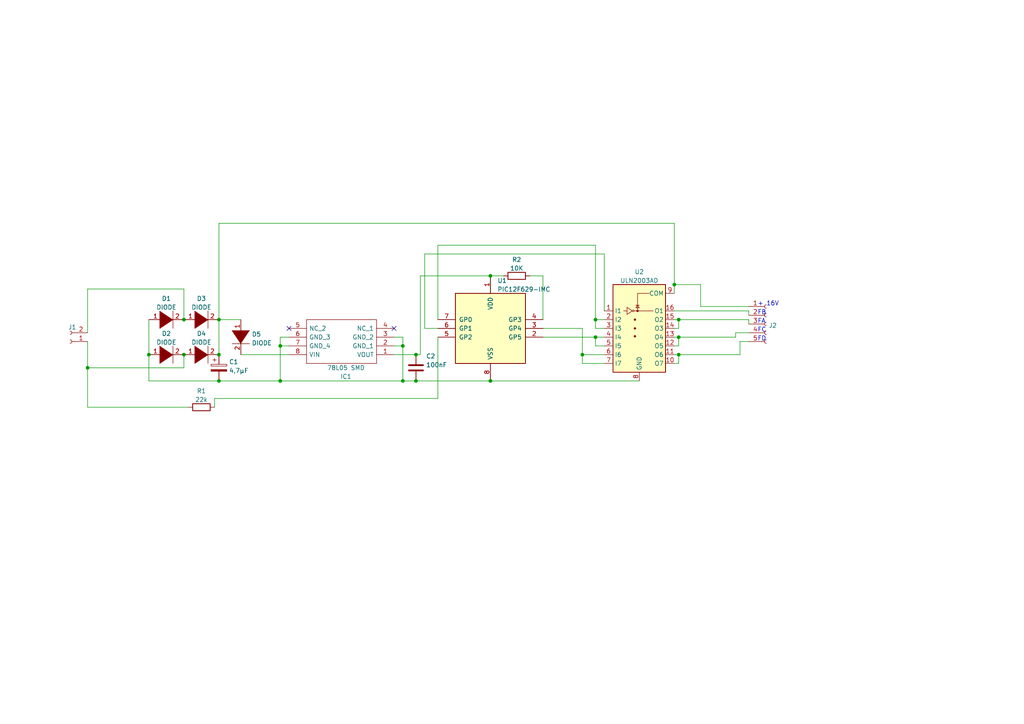
<source format=kicad_sch>
(kicad_sch (version 20211123) (generator eeschema)

  (uuid 11ad5372-76bb-4651-bbb4-25e01a6c1e3f)

  (paper "A4")

  (title_block
    (title "Funktionsdecoder www.modellbahn-anlage.de L1")
    (date "2022-05-12")
    (rev "1")
    (company "Modellbahn-Anlage.de")
  )

  (lib_symbols
    (symbol "Connector:Conn_01x02_Female" (pin_names (offset 1.016) hide) (in_bom yes) (on_board yes)
      (property "Reference" "J" (id 0) (at 0 2.54 0)
        (effects (font (size 1.27 1.27)))
      )
      (property "Value" "Conn_01x02_Female" (id 1) (at 0 -5.08 0)
        (effects (font (size 1.27 1.27)))
      )
      (property "Footprint" "" (id 2) (at 0 0 0)
        (effects (font (size 1.27 1.27)) hide)
      )
      (property "Datasheet" "~" (id 3) (at 0 0 0)
        (effects (font (size 1.27 1.27)) hide)
      )
      (property "ki_keywords" "connector" (id 4) (at 0 0 0)
        (effects (font (size 1.27 1.27)) hide)
      )
      (property "ki_description" "Generic connector, single row, 01x02, script generated (kicad-library-utils/schlib/autogen/connector/)" (id 5) (at 0 0 0)
        (effects (font (size 1.27 1.27)) hide)
      )
      (property "ki_fp_filters" "Connector*:*_1x??_*" (id 6) (at 0 0 0)
        (effects (font (size 1.27 1.27)) hide)
      )
      (symbol "Conn_01x02_Female_1_1"
        (arc (start 0 -2.032) (mid -0.508 -2.54) (end 0 -3.048)
          (stroke (width 0.1524) (type default) (color 0 0 0 0))
          (fill (type none))
        )
        (polyline
          (pts
            (xy -1.27 -2.54)
            (xy -0.508 -2.54)
          )
          (stroke (width 0.1524) (type default) (color 0 0 0 0))
          (fill (type none))
        )
        (polyline
          (pts
            (xy -1.27 0)
            (xy -0.508 0)
          )
          (stroke (width 0.1524) (type default) (color 0 0 0 0))
          (fill (type none))
        )
        (arc (start 0 0.508) (mid -0.508 0) (end 0 -0.508)
          (stroke (width 0.1524) (type default) (color 0 0 0 0))
          (fill (type none))
        )
        (pin passive line (at -5.08 0 0) (length 3.81)
          (name "Pin_1" (effects (font (size 1.27 1.27))))
          (number "1" (effects (font (size 1.27 1.27))))
        )
        (pin passive line (at -5.08 -2.54 0) (length 3.81)
          (name "Pin_2" (effects (font (size 1.27 1.27))))
          (number "2" (effects (font (size 1.27 1.27))))
        )
      )
    )
    (symbol "Connector:Conn_01x05_Female" (pin_names (offset 1.016) hide) (in_bom yes) (on_board yes)
      (property "Reference" "J" (id 0) (at 0 7.62 0)
        (effects (font (size 1.27 1.27)))
      )
      (property "Value" "Conn_01x05_Female" (id 1) (at 0 -7.62 0)
        (effects (font (size 1.27 1.27)))
      )
      (property "Footprint" "" (id 2) (at 0 0 0)
        (effects (font (size 1.27 1.27)) hide)
      )
      (property "Datasheet" "~" (id 3) (at 0 0 0)
        (effects (font (size 1.27 1.27)) hide)
      )
      (property "ki_keywords" "connector" (id 4) (at 0 0 0)
        (effects (font (size 1.27 1.27)) hide)
      )
      (property "ki_description" "Generic connector, single row, 01x05, script generated (kicad-library-utils/schlib/autogen/connector/)" (id 5) (at 0 0 0)
        (effects (font (size 1.27 1.27)) hide)
      )
      (property "ki_fp_filters" "Connector*:*_1x??_*" (id 6) (at 0 0 0)
        (effects (font (size 1.27 1.27)) hide)
      )
      (symbol "Conn_01x05_Female_1_1"
        (arc (start 0 -4.572) (mid -0.508 -5.08) (end 0 -5.588)
          (stroke (width 0.1524) (type default) (color 0 0 0 0))
          (fill (type none))
        )
        (arc (start 0 -2.032) (mid -0.508 -2.54) (end 0 -3.048)
          (stroke (width 0.1524) (type default) (color 0 0 0 0))
          (fill (type none))
        )
        (polyline
          (pts
            (xy -1.27 -5.08)
            (xy -0.508 -5.08)
          )
          (stroke (width 0.1524) (type default) (color 0 0 0 0))
          (fill (type none))
        )
        (polyline
          (pts
            (xy -1.27 -2.54)
            (xy -0.508 -2.54)
          )
          (stroke (width 0.1524) (type default) (color 0 0 0 0))
          (fill (type none))
        )
        (polyline
          (pts
            (xy -1.27 0)
            (xy -0.508 0)
          )
          (stroke (width 0.1524) (type default) (color 0 0 0 0))
          (fill (type none))
        )
        (polyline
          (pts
            (xy -1.27 2.54)
            (xy -0.508 2.54)
          )
          (stroke (width 0.1524) (type default) (color 0 0 0 0))
          (fill (type none))
        )
        (polyline
          (pts
            (xy -1.27 5.08)
            (xy -0.508 5.08)
          )
          (stroke (width 0.1524) (type default) (color 0 0 0 0))
          (fill (type none))
        )
        (arc (start 0 0.508) (mid -0.508 0) (end 0 -0.508)
          (stroke (width 0.1524) (type default) (color 0 0 0 0))
          (fill (type none))
        )
        (arc (start 0 3.048) (mid -0.508 2.54) (end 0 2.032)
          (stroke (width 0.1524) (type default) (color 0 0 0 0))
          (fill (type none))
        )
        (arc (start 0 5.588) (mid -0.508 5.08) (end 0 4.572)
          (stroke (width 0.1524) (type default) (color 0 0 0 0))
          (fill (type none))
        )
        (pin passive line (at -5.08 5.08 0) (length 3.81)
          (name "Pin_1" (effects (font (size 1.27 1.27))))
          (number "1" (effects (font (size 1.27 1.27))))
        )
        (pin passive line (at -5.08 2.54 0) (length 3.81)
          (name "Pin_2" (effects (font (size 1.27 1.27))))
          (number "2" (effects (font (size 1.27 1.27))))
        )
        (pin passive line (at -5.08 0 0) (length 3.81)
          (name "Pin_3" (effects (font (size 1.27 1.27))))
          (number "3" (effects (font (size 1.27 1.27))))
        )
        (pin passive line (at -5.08 -2.54 0) (length 3.81)
          (name "Pin_4" (effects (font (size 1.27 1.27))))
          (number "4" (effects (font (size 1.27 1.27))))
        )
        (pin passive line (at -5.08 -5.08 0) (length 3.81)
          (name "Pin_5" (effects (font (size 1.27 1.27))))
          (number "5" (effects (font (size 1.27 1.27))))
        )
      )
    )
    (symbol "Device:C" (pin_numbers hide) (pin_names (offset 0.254)) (in_bom yes) (on_board yes)
      (property "Reference" "C" (id 0) (at 0.635 2.54 0)
        (effects (font (size 1.27 1.27)) (justify left))
      )
      (property "Value" "C" (id 1) (at 0.635 -2.54 0)
        (effects (font (size 1.27 1.27)) (justify left))
      )
      (property "Footprint" "" (id 2) (at 0.9652 -3.81 0)
        (effects (font (size 1.27 1.27)) hide)
      )
      (property "Datasheet" "~" (id 3) (at 0 0 0)
        (effects (font (size 1.27 1.27)) hide)
      )
      (property "ki_keywords" "cap capacitor" (id 4) (at 0 0 0)
        (effects (font (size 1.27 1.27)) hide)
      )
      (property "ki_description" "Unpolarized capacitor" (id 5) (at 0 0 0)
        (effects (font (size 1.27 1.27)) hide)
      )
      (property "ki_fp_filters" "C_*" (id 6) (at 0 0 0)
        (effects (font (size 1.27 1.27)) hide)
      )
      (symbol "C_0_1"
        (polyline
          (pts
            (xy -2.032 -0.762)
            (xy 2.032 -0.762)
          )
          (stroke (width 0.508) (type default) (color 0 0 0 0))
          (fill (type none))
        )
        (polyline
          (pts
            (xy -2.032 0.762)
            (xy 2.032 0.762)
          )
          (stroke (width 0.508) (type default) (color 0 0 0 0))
          (fill (type none))
        )
      )
      (symbol "C_1_1"
        (pin passive line (at 0 3.81 270) (length 2.794)
          (name "~" (effects (font (size 1.27 1.27))))
          (number "1" (effects (font (size 1.27 1.27))))
        )
        (pin passive line (at 0 -3.81 90) (length 2.794)
          (name "~" (effects (font (size 1.27 1.27))))
          (number "2" (effects (font (size 1.27 1.27))))
        )
      )
    )
    (symbol "Device:C_Polarized" (pin_numbers hide) (pin_names (offset 0.254)) (in_bom yes) (on_board yes)
      (property "Reference" "C" (id 0) (at 0.635 2.54 0)
        (effects (font (size 1.27 1.27)) (justify left))
      )
      (property "Value" "C_Polarized" (id 1) (at 0.635 -2.54 0)
        (effects (font (size 1.27 1.27)) (justify left))
      )
      (property "Footprint" "" (id 2) (at 0.9652 -3.81 0)
        (effects (font (size 1.27 1.27)) hide)
      )
      (property "Datasheet" "~" (id 3) (at 0 0 0)
        (effects (font (size 1.27 1.27)) hide)
      )
      (property "ki_keywords" "cap capacitor" (id 4) (at 0 0 0)
        (effects (font (size 1.27 1.27)) hide)
      )
      (property "ki_description" "Polarized capacitor" (id 5) (at 0 0 0)
        (effects (font (size 1.27 1.27)) hide)
      )
      (property "ki_fp_filters" "CP_*" (id 6) (at 0 0 0)
        (effects (font (size 1.27 1.27)) hide)
      )
      (symbol "C_Polarized_0_1"
        (rectangle (start -2.286 0.508) (end 2.286 1.016)
          (stroke (width 0) (type default) (color 0 0 0 0))
          (fill (type none))
        )
        (polyline
          (pts
            (xy -1.778 2.286)
            (xy -0.762 2.286)
          )
          (stroke (width 0) (type default) (color 0 0 0 0))
          (fill (type none))
        )
        (polyline
          (pts
            (xy -1.27 2.794)
            (xy -1.27 1.778)
          )
          (stroke (width 0) (type default) (color 0 0 0 0))
          (fill (type none))
        )
        (rectangle (start 2.286 -0.508) (end -2.286 -1.016)
          (stroke (width 0) (type default) (color 0 0 0 0))
          (fill (type outline))
        )
      )
      (symbol "C_Polarized_1_1"
        (pin passive line (at 0 3.81 270) (length 2.794)
          (name "~" (effects (font (size 1.27 1.27))))
          (number "1" (effects (font (size 1.27 1.27))))
        )
        (pin passive line (at 0 -3.81 90) (length 2.794)
          (name "~" (effects (font (size 1.27 1.27))))
          (number "2" (effects (font (size 1.27 1.27))))
        )
      )
    )
    (symbol "Device:R" (pin_numbers hide) (pin_names (offset 0)) (in_bom yes) (on_board yes)
      (property "Reference" "R" (id 0) (at 2.032 0 90)
        (effects (font (size 1.27 1.27)))
      )
      (property "Value" "R" (id 1) (at 0 0 90)
        (effects (font (size 1.27 1.27)))
      )
      (property "Footprint" "" (id 2) (at -1.778 0 90)
        (effects (font (size 1.27 1.27)) hide)
      )
      (property "Datasheet" "~" (id 3) (at 0 0 0)
        (effects (font (size 1.27 1.27)) hide)
      )
      (property "ki_keywords" "R res resistor" (id 4) (at 0 0 0)
        (effects (font (size 1.27 1.27)) hide)
      )
      (property "ki_description" "Resistor" (id 5) (at 0 0 0)
        (effects (font (size 1.27 1.27)) hide)
      )
      (property "ki_fp_filters" "R_*" (id 6) (at 0 0 0)
        (effects (font (size 1.27 1.27)) hide)
      )
      (symbol "R_0_1"
        (rectangle (start -1.016 -2.54) (end 1.016 2.54)
          (stroke (width 0.254) (type default) (color 0 0 0 0))
          (fill (type none))
        )
      )
      (symbol "R_1_1"
        (pin passive line (at 0 3.81 270) (length 1.27)
          (name "~" (effects (font (size 1.27 1.27))))
          (number "1" (effects (font (size 1.27 1.27))))
        )
        (pin passive line (at 0 -3.81 90) (length 1.27)
          (name "~" (effects (font (size 1.27 1.27))))
          (number "2" (effects (font (size 1.27 1.27))))
        )
      )
    )
    (symbol "MCU_Microchip_PIC12:PIC12F629-IMC" (pin_names (offset 1.016)) (in_bom yes) (on_board yes)
      (property "Reference" "U" (id 0) (at 1.27 13.97 0)
        (effects (font (size 1.27 1.27)) (justify left))
      )
      (property "Value" "PIC12F629-IMC" (id 1) (at 1.27 11.43 0)
        (effects (font (size 1.27 1.27)) (justify left))
      )
      (property "Footprint" "Package_DIP:DIP-8_W7.62mm" (id 2) (at 15.24 16.51 0)
        (effects (font (size 1.27 1.27)) hide)
      )
      (property "Datasheet" "http://ww1.microchip.com/downloads/en/DeviceDoc/41190G.pdf" (id 3) (at 0 0 0)
        (effects (font (size 1.27 1.27)) hide)
      )
      (property "ki_keywords" "FLASH-Based 8-Bit CMOS Microcontroller" (id 4) (at 0 0 0)
        (effects (font (size 1.27 1.27)) hide)
      )
      (property "ki_description" "PIC12F629, 1024W Flash, 64B SRAM, 128B EEPROM, DFN8" (id 5) (at 0 0 0)
        (effects (font (size 1.27 1.27)) hide)
      )
      (property "ki_fp_filters" "DIP*W7.62mm*" (id 6) (at 0 0 0)
        (effects (font (size 1.27 1.27)) hide)
      )
      (symbol "PIC12F629-IMC_0_1"
        (rectangle (start 10.16 -10.16) (end -10.16 10.16)
          (stroke (width 0.254) (type default) (color 0 0 0 0))
          (fill (type background))
        )
      )
      (symbol "PIC12F629-IMC_1_1"
        (pin power_in line (at 0 15.24 270) (length 5.08)
          (name "VDD" (effects (font (size 1.27 1.27))))
          (number "1" (effects (font (size 1.27 1.27))))
        )
        (pin bidirectional line (at 15.24 -2.54 180) (length 5.08)
          (name "GP5" (effects (font (size 1.27 1.27))))
          (number "2" (effects (font (size 1.27 1.27))))
        )
        (pin bidirectional line (at 15.24 0 180) (length 5.08)
          (name "GP4" (effects (font (size 1.27 1.27))))
          (number "3" (effects (font (size 1.27 1.27))))
        )
        (pin input line (at 15.24 2.54 180) (length 5.08)
          (name "GP3" (effects (font (size 1.27 1.27))))
          (number "4" (effects (font (size 1.27 1.27))))
        )
        (pin bidirectional line (at -15.24 -2.54 0) (length 5.08)
          (name "GP2" (effects (font (size 1.27 1.27))))
          (number "5" (effects (font (size 1.27 1.27))))
        )
        (pin bidirectional line (at -15.24 0 0) (length 5.08)
          (name "GP1" (effects (font (size 1.27 1.27))))
          (number "6" (effects (font (size 1.27 1.27))))
        )
        (pin bidirectional line (at -15.24 2.54 0) (length 5.08)
          (name "GP0" (effects (font (size 1.27 1.27))))
          (number "7" (effects (font (size 1.27 1.27))))
        )
        (pin power_in line (at 0 -15.24 90) (length 5.08)
          (name "VSS" (effects (font (size 1.27 1.27))))
          (number "8" (effects (font (size 1.27 1.27))))
        )
      )
    )
    (symbol "MF:LM78L05_MWC" (pin_names (offset 0.762)) (in_bom yes) (on_board yes)
      (property "Reference" "IC" (id 0) (at 26.67 7.62 0)
        (effects (font (size 1.27 1.27)) (justify left))
      )
      (property "Value" "LM78L05_MWC" (id 1) (at 26.67 5.08 0)
        (effects (font (size 1.27 1.27)) (justify left))
      )
      (property "Footprint" "SOIC127P599X175-8N" (id 2) (at 26.67 2.54 0)
        (effects (font (size 1.27 1.27)) (justify left) hide)
      )
      (property "Datasheet" "http://users.ece.utexas.edu/~valvano/Datasheets/LM78L05.pdf" (id 3) (at 26.67 0 0)
        (effects (font (size 1.27 1.27)) (justify left) hide)
      )
      (property "Description" "Linear Voltage Regulators" (id 4) (at 26.67 -2.54 0)
        (effects (font (size 1.27 1.27)) (justify left) hide)
      )
      (property "Height" "1.753" (id 5) (at 26.67 -5.08 0)
        (effects (font (size 1.27 1.27)) (justify left) hide)
      )
      (property "Manufacturer_Name" "Texas Instruments" (id 6) (at 26.67 -7.62 0)
        (effects (font (size 1.27 1.27)) (justify left) hide)
      )
      (property "Manufacturer_Part_Number" "LM78L05 MWC" (id 7) (at 26.67 -10.16 0)
        (effects (font (size 1.27 1.27)) (justify left) hide)
      )
      (property "Mouser Part Number" "N/A" (id 8) (at 26.67 -12.7 0)
        (effects (font (size 1.27 1.27)) (justify left) hide)
      )
      (property "Mouser Price/Stock" "http://www.mouser.com/Search/ProductDetail.aspx?qs=51W%2fvVdgODiFWRIHF6UwhA%3d%3d" (id 9) (at 26.67 -15.24 0)
        (effects (font (size 1.27 1.27)) (justify left) hide)
      )
      (property "Arrow Part Number" "" (id 10) (at 26.67 -17.78 0)
        (effects (font (size 1.27 1.27)) (justify left) hide)
      )
      (property "Arrow Price/Stock" "" (id 11) (at 26.67 -20.32 0)
        (effects (font (size 1.27 1.27)) (justify left) hide)
      )
      (property "ki_description" "Linear Voltage Regulators" (id 12) (at 0 0 0)
        (effects (font (size 1.27 1.27)) hide)
      )
      (symbol "LM78L05_MWC_0_0"
        (pin passive line (at 0 0 0) (length 5.08)
          (name "VOUT" (effects (font (size 1.27 1.27))))
          (number "1" (effects (font (size 1.27 1.27))))
        )
        (pin passive line (at 0 -2.54 0) (length 5.08)
          (name "GND_1" (effects (font (size 1.27 1.27))))
          (number "2" (effects (font (size 1.27 1.27))))
        )
        (pin passive line (at 0 -5.08 0) (length 5.08)
          (name "GND_2" (effects (font (size 1.27 1.27))))
          (number "3" (effects (font (size 1.27 1.27))))
        )
        (pin passive line (at 0 -7.62 0) (length 5.08)
          (name "NC_1" (effects (font (size 1.27 1.27))))
          (number "4" (effects (font (size 1.27 1.27))))
        )
        (pin passive line (at 30.48 -7.62 180) (length 5.08)
          (name "NC_2" (effects (font (size 1.27 1.27))))
          (number "5" (effects (font (size 1.27 1.27))))
        )
        (pin passive line (at 30.48 -5.08 180) (length 5.08)
          (name "GND_3" (effects (font (size 1.27 1.27))))
          (number "6" (effects (font (size 1.27 1.27))))
        )
        (pin passive line (at 30.48 -2.54 180) (length 5.08)
          (name "GND_4" (effects (font (size 1.27 1.27))))
          (number "7" (effects (font (size 1.27 1.27))))
        )
        (pin passive line (at 30.48 0 180) (length 5.08)
          (name "VIN" (effects (font (size 1.27 1.27))))
          (number "8" (effects (font (size 1.27 1.27))))
        )
      )
      (symbol "LM78L05_MWC_0_1"
        (polyline
          (pts
            (xy 5.08 2.54)
            (xy 25.4 2.54)
            (xy 25.4 -10.16)
            (xy 5.08 -10.16)
            (xy 5.08 2.54)
          )
          (stroke (width 0.1524) (type default) (color 0 0 0 0))
          (fill (type none))
        )
      )
    )
    (symbol "Transistor_Array:ULN2003" (in_bom yes) (on_board yes)
      (property "Reference" "U" (id 0) (at 0 15.875 0)
        (effects (font (size 1.27 1.27)))
      )
      (property "Value" "ULN2003" (id 1) (at 0 13.97 0)
        (effects (font (size 1.27 1.27)))
      )
      (property "Footprint" "" (id 2) (at 1.27 -13.97 0)
        (effects (font (size 1.27 1.27)) (justify left) hide)
      )
      (property "Datasheet" "http://www.ti.com/lit/ds/symlink/uln2003a.pdf" (id 3) (at 2.54 -5.08 0)
        (effects (font (size 1.27 1.27)) hide)
      )
      (property "ki_keywords" "darlington transistor array" (id 4) (at 0 0 0)
        (effects (font (size 1.27 1.27)) hide)
      )
      (property "ki_description" "High Voltage, High Current Darlington Transistor Arrays, SOIC16/SOIC16W/DIP16/TSSOP16" (id 5) (at 0 0 0)
        (effects (font (size 1.27 1.27)) hide)
      )
      (property "ki_fp_filters" "DIP*W7.62mm* SOIC*3.9x9.9mm*P1.27mm* SSOP*4.4x5.2mm*P0.65mm* TSSOP*4.4x5mm*P0.65mm* SOIC*W*5.3x10.2mm*P1.27mm*" (id 6) (at 0 0 0)
        (effects (font (size 1.27 1.27)) hide)
      )
      (symbol "ULN2003_0_1"
        (rectangle (start -7.62 -12.7) (end 7.62 12.7)
          (stroke (width 0.254) (type default) (color 0 0 0 0))
          (fill (type background))
        )
        (circle (center -1.778 5.08) (radius 0.254)
          (stroke (width 0) (type default) (color 0 0 0 0))
          (fill (type none))
        )
        (circle (center -1.27 -2.286) (radius 0.254)
          (stroke (width 0) (type default) (color 0 0 0 0))
          (fill (type outline))
        )
        (circle (center -1.27 0) (radius 0.254)
          (stroke (width 0) (type default) (color 0 0 0 0))
          (fill (type outline))
        )
        (circle (center -1.27 2.54) (radius 0.254)
          (stroke (width 0) (type default) (color 0 0 0 0))
          (fill (type outline))
        )
        (circle (center -0.508 5.08) (radius 0.254)
          (stroke (width 0) (type default) (color 0 0 0 0))
          (fill (type outline))
        )
        (polyline
          (pts
            (xy -4.572 5.08)
            (xy -3.556 5.08)
          )
          (stroke (width 0) (type default) (color 0 0 0 0))
          (fill (type none))
        )
        (polyline
          (pts
            (xy -1.524 5.08)
            (xy 4.064 5.08)
          )
          (stroke (width 0) (type default) (color 0 0 0 0))
          (fill (type none))
        )
        (polyline
          (pts
            (xy 0 6.731)
            (xy -1.016 6.731)
          )
          (stroke (width 0) (type default) (color 0 0 0 0))
          (fill (type none))
        )
        (polyline
          (pts
            (xy -0.508 5.08)
            (xy -0.508 10.16)
            (xy 2.921 10.16)
          )
          (stroke (width 0) (type default) (color 0 0 0 0))
          (fill (type none))
        )
        (polyline
          (pts
            (xy -3.556 6.096)
            (xy -3.556 4.064)
            (xy -2.032 5.08)
            (xy -3.556 6.096)
          )
          (stroke (width 0) (type default) (color 0 0 0 0))
          (fill (type none))
        )
        (polyline
          (pts
            (xy 0 5.969)
            (xy -1.016 5.969)
            (xy -0.508 6.731)
            (xy 0 5.969)
          )
          (stroke (width 0) (type default) (color 0 0 0 0))
          (fill (type none))
        )
      )
      (symbol "ULN2003_1_1"
        (pin input line (at -10.16 5.08 0) (length 2.54)
          (name "I1" (effects (font (size 1.27 1.27))))
          (number "1" (effects (font (size 1.27 1.27))))
        )
        (pin open_collector line (at 10.16 -10.16 180) (length 2.54)
          (name "O7" (effects (font (size 1.27 1.27))))
          (number "10" (effects (font (size 1.27 1.27))))
        )
        (pin open_collector line (at 10.16 -7.62 180) (length 2.54)
          (name "O6" (effects (font (size 1.27 1.27))))
          (number "11" (effects (font (size 1.27 1.27))))
        )
        (pin open_collector line (at 10.16 -5.08 180) (length 2.54)
          (name "O5" (effects (font (size 1.27 1.27))))
          (number "12" (effects (font (size 1.27 1.27))))
        )
        (pin open_collector line (at 10.16 -2.54 180) (length 2.54)
          (name "O4" (effects (font (size 1.27 1.27))))
          (number "13" (effects (font (size 1.27 1.27))))
        )
        (pin open_collector line (at 10.16 0 180) (length 2.54)
          (name "O3" (effects (font (size 1.27 1.27))))
          (number "14" (effects (font (size 1.27 1.27))))
        )
        (pin open_collector line (at 10.16 2.54 180) (length 2.54)
          (name "O2" (effects (font (size 1.27 1.27))))
          (number "15" (effects (font (size 1.27 1.27))))
        )
        (pin open_collector line (at 10.16 5.08 180) (length 2.54)
          (name "O1" (effects (font (size 1.27 1.27))))
          (number "16" (effects (font (size 1.27 1.27))))
        )
        (pin input line (at -10.16 2.54 0) (length 2.54)
          (name "I2" (effects (font (size 1.27 1.27))))
          (number "2" (effects (font (size 1.27 1.27))))
        )
        (pin input line (at -10.16 0 0) (length 2.54)
          (name "I3" (effects (font (size 1.27 1.27))))
          (number "3" (effects (font (size 1.27 1.27))))
        )
        (pin input line (at -10.16 -2.54 0) (length 2.54)
          (name "I4" (effects (font (size 1.27 1.27))))
          (number "4" (effects (font (size 1.27 1.27))))
        )
        (pin input line (at -10.16 -5.08 0) (length 2.54)
          (name "I5" (effects (font (size 1.27 1.27))))
          (number "5" (effects (font (size 1.27 1.27))))
        )
        (pin input line (at -10.16 -7.62 0) (length 2.54)
          (name "I6" (effects (font (size 1.27 1.27))))
          (number "6" (effects (font (size 1.27 1.27))))
        )
        (pin input line (at -10.16 -10.16 0) (length 2.54)
          (name "I7" (effects (font (size 1.27 1.27))))
          (number "7" (effects (font (size 1.27 1.27))))
        )
        (pin power_in line (at 0 -15.24 90) (length 2.54)
          (name "GND" (effects (font (size 1.27 1.27))))
          (number "8" (effects (font (size 1.27 1.27))))
        )
        (pin passive line (at 10.16 10.16 180) (length 2.54)
          (name "COM" (effects (font (size 1.27 1.27))))
          (number "9" (effects (font (size 1.27 1.27))))
        )
      )
    )
    (symbol "pspice:DIODE" (pin_names (offset 1.016) hide) (in_bom yes) (on_board yes)
      (property "Reference" "D" (id 0) (at 0 3.81 0)
        (effects (font (size 1.27 1.27)))
      )
      (property "Value" "DIODE" (id 1) (at 0 -4.445 0)
        (effects (font (size 1.27 1.27)))
      )
      (property "Footprint" "" (id 2) (at 0 0 0)
        (effects (font (size 1.27 1.27)) hide)
      )
      (property "Datasheet" "~" (id 3) (at 0 0 0)
        (effects (font (size 1.27 1.27)) hide)
      )
      (property "ki_keywords" "simulation" (id 4) (at 0 0 0)
        (effects (font (size 1.27 1.27)) hide)
      )
      (property "ki_description" "Diode symbol for simulation only. Pin order incompatible with official kicad footprints" (id 5) (at 0 0 0)
        (effects (font (size 1.27 1.27)) hide)
      )
      (symbol "DIODE_0_1"
        (polyline
          (pts
            (xy 1.905 2.54)
            (xy 1.905 -2.54)
          )
          (stroke (width 0) (type default) (color 0 0 0 0))
          (fill (type none))
        )
        (polyline
          (pts
            (xy -1.905 2.54)
            (xy -1.905 -2.54)
            (xy 1.905 0)
          )
          (stroke (width 0) (type default) (color 0 0 0 0))
          (fill (type outline))
        )
      )
      (symbol "DIODE_1_1"
        (pin input line (at -5.08 0 0) (length 3.81)
          (name "K" (effects (font (size 1.27 1.27))))
          (number "1" (effects (font (size 1.27 1.27))))
        )
        (pin input line (at 5.08 0 180) (length 3.81)
          (name "A" (effects (font (size 1.27 1.27))))
          (number "2" (effects (font (size 1.27 1.27))))
        )
      )
    )
  )

  (junction (at 196.85 97.79) (diameter 0) (color 0 0 0 0)
    (uuid 013fc42b-fdef-4002-9f25-4b6420bf5b8e)
  )
  (junction (at 196.85 102.87) (diameter 0) (color 0 0 0 0)
    (uuid 071497d3-1298-42e9-9648-ff806128bbaa)
  )
  (junction (at 142.24 80.01) (diameter 0) (color 0 0 0 0)
    (uuid 0eef3c78-c76d-4395-a9f0-b3866d36abd6)
  )
  (junction (at 116.84 100.33) (diameter 0) (color 0 0 0 0)
    (uuid 1c9d6510-b315-40ad-b095-d17f58a27443)
  )
  (junction (at 81.28 110.49) (diameter 0) (color 0 0 0 0)
    (uuid 27e57875-595f-4e1e-a88f-0ab43ab8443f)
  )
  (junction (at 63.5 102.87) (diameter 0) (color 0 0 0 0)
    (uuid 36b76f60-6db9-4b4d-bc2c-4836aa1e3942)
  )
  (junction (at 196.85 92.71) (diameter 0) (color 0 0 0 0)
    (uuid 3d206604-0f98-424c-bb4f-ad815656c5c8)
  )
  (junction (at 142.24 110.49) (diameter 0) (color 0 0 0 0)
    (uuid 53f7c840-b4c4-4951-8bd6-94328a9d7aa9)
  )
  (junction (at 81.28 100.33) (diameter 0) (color 0 0 0 0)
    (uuid 687f2025-1bcf-4d21-9c2e-39882633ea32)
  )
  (junction (at 63.5 110.49) (diameter 0) (color 0 0 0 0)
    (uuid 730d5aae-817d-4c37-87d1-d4255a9bd222)
  )
  (junction (at 172.72 92.71) (diameter 0) (color 0 0 0 0)
    (uuid 774c1d1a-ecb4-4496-aa82-6e5f0d64accb)
  )
  (junction (at 172.72 97.79) (diameter 0) (color 0 0 0 0)
    (uuid 7eefffe2-731a-4a85-8567-f2b2ff0ba1cd)
  )
  (junction (at 116.84 110.49) (diameter 0) (color 0 0 0 0)
    (uuid 88be6a2f-918d-4f7f-b28a-744666addc89)
  )
  (junction (at 53.34 102.87) (diameter 0) (color 0 0 0 0)
    (uuid 895f4ebd-90ce-426b-89ed-52c3a32b01f6)
  )
  (junction (at 43.18 102.87) (diameter 0) (color 0 0 0 0)
    (uuid a37b8ff2-b0da-4d74-ac8c-8ede7688d756)
  )
  (junction (at 120.65 110.49) (diameter 0) (color 0 0 0 0)
    (uuid a844e76e-2a82-4dc4-af05-606443956676)
  )
  (junction (at 25.4 106.68) (diameter 0) (color 0 0 0 0)
    (uuid ac84def2-85c3-4dd2-9f6c-29a6e393d4b7)
  )
  (junction (at 63.5 92.71) (diameter 0) (color 0 0 0 0)
    (uuid ad64554a-4882-4818-923f-de7c55e04257)
  )
  (junction (at 168.91 102.87) (diameter 0) (color 0 0 0 0)
    (uuid c89a07eb-2eea-4b58-a1da-3daca3cb53b5)
  )
  (junction (at 195.58 82.55) (diameter 0) (color 0 0 0 0)
    (uuid d78d0496-8689-4969-84e2-706f4b2b8dbf)
  )
  (junction (at 120.65 102.87) (diameter 0) (color 0 0 0 0)
    (uuid e49b14ed-c9dc-4ddf-b5c1-2178d292e893)
  )
  (junction (at 53.34 92.71) (diameter 0) (color 0 0 0 0)
    (uuid f6e2fff5-52fa-4597-973a-88f06f335b3b)
  )

  (no_connect (at 114.3 95.25) (uuid 50b48684-38a9-4b4b-bf1e-6a50c8d45a09))
  (no_connect (at 83.82 95.25) (uuid 50b48684-38a9-4b4b-bf1e-6a50c8d45a0a))

  (wire (pts (xy 172.72 95.25) (xy 175.26 95.25))
    (stroke (width 0) (type default) (color 0 0 0 0))
    (uuid 0a9aa064-c958-4ec7-b002-5571de788698)
  )
  (wire (pts (xy 116.84 110.49) (xy 120.65 110.49))
    (stroke (width 0) (type default) (color 0 0 0 0))
    (uuid 1a7ecb2d-2288-4185-98f2-2bcc937ae6ac)
  )
  (wire (pts (xy 120.65 102.87) (xy 121.92 102.87))
    (stroke (width 0) (type default) (color 0 0 0 0))
    (uuid 1dbfee2b-1d00-4404-bd67-bd602839eda4)
  )
  (wire (pts (xy 157.48 92.71) (xy 157.48 80.01))
    (stroke (width 0) (type default) (color 0 0 0 0))
    (uuid 203fa9e9-8e1d-4bd1-8c7d-2275731fdfce)
  )
  (wire (pts (xy 168.91 102.87) (xy 175.26 102.87))
    (stroke (width 0) (type default) (color 0 0 0 0))
    (uuid 2a472bdb-c6d1-4100-8158-1e4496aa1f06)
  )
  (wire (pts (xy 53.34 102.87) (xy 53.34 106.68))
    (stroke (width 0) (type default) (color 0 0 0 0))
    (uuid 36852dc6-c6cf-4391-8dab-0f1e5a600458)
  )
  (wire (pts (xy 195.58 105.41) (xy 196.85 105.41))
    (stroke (width 0) (type default) (color 0 0 0 0))
    (uuid 36f10069-aa58-4711-af3a-40aad1b4d77a)
  )
  (wire (pts (xy 25.4 106.68) (xy 25.4 118.11))
    (stroke (width 0) (type default) (color 0 0 0 0))
    (uuid 397799dc-ed72-4d04-b113-45d7da895650)
  )
  (wire (pts (xy 195.58 102.87) (xy 196.85 102.87))
    (stroke (width 0) (type default) (color 0 0 0 0))
    (uuid 39efc7b4-539e-4acc-856c-1cb0a00175fc)
  )
  (wire (pts (xy 127 95.25) (xy 123.19 95.25))
    (stroke (width 0) (type default) (color 0 0 0 0))
    (uuid 456a5d5b-1121-46f6-8f3b-9933ed8ce719)
  )
  (wire (pts (xy 157.48 95.25) (xy 168.91 95.25))
    (stroke (width 0) (type default) (color 0 0 0 0))
    (uuid 463e5abf-715e-481e-8844-1f7cd56b7268)
  )
  (wire (pts (xy 168.91 105.41) (xy 175.26 105.41))
    (stroke (width 0) (type default) (color 0 0 0 0))
    (uuid 466e97e6-ce64-429f-ba02-346ae7bf161d)
  )
  (wire (pts (xy 172.72 92.71) (xy 172.72 95.25))
    (stroke (width 0) (type default) (color 0 0 0 0))
    (uuid 4de887a1-428a-44c2-802d-6f4b5f126cf2)
  )
  (wire (pts (xy 127 115.57) (xy 62.23 115.57))
    (stroke (width 0) (type default) (color 0 0 0 0))
    (uuid 4e477ed5-ff46-48ce-8324-251ce4823867)
  )
  (wire (pts (xy 43.18 110.49) (xy 63.5 110.49))
    (stroke (width 0) (type default) (color 0 0 0 0))
    (uuid 4e582ffa-b6ac-4f91-9738-7efb987b72c3)
  )
  (wire (pts (xy 123.19 73.66) (xy 175.26 73.66))
    (stroke (width 0) (type default) (color 0 0 0 0))
    (uuid 4fd61908-e10f-42f8-9497-e730e42b4f09)
  )
  (wire (pts (xy 203.2 82.55) (xy 195.58 82.55))
    (stroke (width 0) (type default) (color 0 0 0 0))
    (uuid 561328a9-d060-4efa-a715-c3e00feb62c6)
  )
  (wire (pts (xy 123.19 95.25) (xy 123.19 73.66))
    (stroke (width 0) (type default) (color 0 0 0 0))
    (uuid 565b5387-5e1e-40d4-afe6-1ac7fca6288f)
  )
  (wire (pts (xy 69.85 102.87) (xy 83.82 102.87))
    (stroke (width 0) (type default) (color 0 0 0 0))
    (uuid 58f2b4f4-9e82-48bb-8205-79d2406d81d3)
  )
  (wire (pts (xy 120.65 110.49) (xy 142.24 110.49))
    (stroke (width 0) (type default) (color 0 0 0 0))
    (uuid 600fdc31-16d6-441d-8ce3-866d58b9a494)
  )
  (wire (pts (xy 62.23 115.57) (xy 62.23 118.11))
    (stroke (width 0) (type default) (color 0 0 0 0))
    (uuid 6040a0b9-f77b-4855-9b91-41909be89f63)
  )
  (wire (pts (xy 196.85 102.87) (xy 196.85 105.41))
    (stroke (width 0) (type default) (color 0 0 0 0))
    (uuid 629890c6-3cd0-4ff0-b82a-fab193f3d1db)
  )
  (wire (pts (xy 25.4 118.11) (xy 54.61 118.11))
    (stroke (width 0) (type default) (color 0 0 0 0))
    (uuid 66c91825-17e9-41b4-a191-114dc365ee35)
  )
  (wire (pts (xy 25.4 83.82) (xy 25.4 96.52))
    (stroke (width 0) (type default) (color 0 0 0 0))
    (uuid 6adde08a-1f53-42ce-a8e2-54dd7e6b8b8b)
  )
  (wire (pts (xy 195.58 64.77) (xy 63.5 64.77))
    (stroke (width 0) (type default) (color 0 0 0 0))
    (uuid 6cf8748a-e0df-4142-b961-ee29a4435332)
  )
  (wire (pts (xy 63.5 64.77) (xy 63.5 92.71))
    (stroke (width 0) (type default) (color 0 0 0 0))
    (uuid 6e2b4149-317b-40a7-affa-e911eb737673)
  )
  (wire (pts (xy 195.58 82.55) (xy 195.58 64.77))
    (stroke (width 0) (type default) (color 0 0 0 0))
    (uuid 6f6d761d-445b-4321-a0f5-713d1d9c92e7)
  )
  (wire (pts (xy 195.58 92.71) (xy 196.85 92.71))
    (stroke (width 0) (type default) (color 0 0 0 0))
    (uuid 7069073e-227c-47bc-b1f6-cffa81873584)
  )
  (wire (pts (xy 116.84 110.49) (xy 81.28 110.49))
    (stroke (width 0) (type default) (color 0 0 0 0))
    (uuid 7ad04d6c-ce1b-43b7-b82c-4f679d67c9a5)
  )
  (wire (pts (xy 127 92.71) (xy 127 71.12))
    (stroke (width 0) (type default) (color 0 0 0 0))
    (uuid 7b1a6c3e-1639-4f22-af16-104c51fd26f5)
  )
  (wire (pts (xy 195.58 100.33) (xy 196.85 100.33))
    (stroke (width 0) (type default) (color 0 0 0 0))
    (uuid 7b4ad14e-d577-46b4-9806-18db2d31c8da)
  )
  (wire (pts (xy 217.17 88.9) (xy 203.2 88.9))
    (stroke (width 0) (type default) (color 0 0 0 0))
    (uuid 7d2236f2-592e-4067-af25-baa12486d8b2)
  )
  (wire (pts (xy 214.63 99.06) (xy 217.17 99.06))
    (stroke (width 0) (type default) (color 0 0 0 0))
    (uuid 7eb1423e-6d32-4ddc-8003-788c2a8ce4ae)
  )
  (wire (pts (xy 127 71.12) (xy 172.72 71.12))
    (stroke (width 0) (type default) (color 0 0 0 0))
    (uuid 813b47d2-8704-496d-9790-12bb975e1d27)
  )
  (wire (pts (xy 142.24 80.01) (xy 142.24 85.09))
    (stroke (width 0) (type default) (color 0 0 0 0))
    (uuid 83a4f49f-cb97-4723-a5ca-50c5b60ed9ae)
  )
  (wire (pts (xy 25.4 99.06) (xy 25.4 106.68))
    (stroke (width 0) (type default) (color 0 0 0 0))
    (uuid 851f2fd6-d41d-4bd4-ada2-9b93d071680e)
  )
  (wire (pts (xy 63.5 92.71) (xy 63.5 102.87))
    (stroke (width 0) (type default) (color 0 0 0 0))
    (uuid 8737e89b-45b9-4d51-b268-c59e5f4bfb1a)
  )
  (wire (pts (xy 157.48 97.79) (xy 172.72 97.79))
    (stroke (width 0) (type default) (color 0 0 0 0))
    (uuid 899b4cf7-eb84-4c76-9fec-a89311eeb998)
  )
  (wire (pts (xy 196.85 92.71) (xy 196.85 95.25))
    (stroke (width 0) (type default) (color 0 0 0 0))
    (uuid 89cff6b1-9161-4b6f-b679-b85938b856dc)
  )
  (wire (pts (xy 217.17 92.71) (xy 217.17 93.98))
    (stroke (width 0) (type default) (color 0 0 0 0))
    (uuid 8dd9980d-d7bc-42f9-92ad-169092e1d8fe)
  )
  (wire (pts (xy 172.72 97.79) (xy 175.26 97.79))
    (stroke (width 0) (type default) (color 0 0 0 0))
    (uuid 8fbc0e09-dcbe-46c3-9ac6-b43a2d5b92f1)
  )
  (wire (pts (xy 172.72 100.33) (xy 175.26 100.33))
    (stroke (width 0) (type default) (color 0 0 0 0))
    (uuid 90bf7947-cda9-47bc-8901-2b747098b24d)
  )
  (wire (pts (xy 196.85 102.87) (xy 214.63 102.87))
    (stroke (width 0) (type default) (color 0 0 0 0))
    (uuid 92ba5245-5af2-48c8-8e37-951032f1eeaa)
  )
  (wire (pts (xy 81.28 100.33) (xy 83.82 100.33))
    (stroke (width 0) (type default) (color 0 0 0 0))
    (uuid 92e49c2c-913f-41b2-8da6-171aa0d07efc)
  )
  (wire (pts (xy 203.2 88.9) (xy 203.2 82.55))
    (stroke (width 0) (type default) (color 0 0 0 0))
    (uuid 9707db00-895f-463d-b5c6-29c4521d1bc2)
  )
  (wire (pts (xy 214.63 102.87) (xy 214.63 99.06))
    (stroke (width 0) (type default) (color 0 0 0 0))
    (uuid 98ea1901-3472-4bb6-b6a9-7c25fecd77e2)
  )
  (wire (pts (xy 114.3 97.79) (xy 116.84 97.79))
    (stroke (width 0) (type default) (color 0 0 0 0))
    (uuid 9c98ed4b-e8bd-4fea-8be9-569a487ba81d)
  )
  (wire (pts (xy 116.84 100.33) (xy 116.84 110.49))
    (stroke (width 0) (type default) (color 0 0 0 0))
    (uuid 9f894d72-229c-46f5-8beb-f89563723d54)
  )
  (wire (pts (xy 127 97.79) (xy 127 115.57))
    (stroke (width 0) (type default) (color 0 0 0 0))
    (uuid a1af0e31-1f09-4f9e-9cd4-9daa46734755)
  )
  (wire (pts (xy 121.92 80.01) (xy 121.92 102.87))
    (stroke (width 0) (type default) (color 0 0 0 0))
    (uuid a51e26df-1283-4eb8-8cf4-6c1894255e99)
  )
  (wire (pts (xy 195.58 97.79) (xy 196.85 97.79))
    (stroke (width 0) (type default) (color 0 0 0 0))
    (uuid acf70d75-7ef3-4fac-8028-184c36652312)
  )
  (wire (pts (xy 53.34 92.71) (xy 53.34 83.82))
    (stroke (width 0) (type default) (color 0 0 0 0))
    (uuid ad693883-670d-4fc2-a867-cefc91e771c0)
  )
  (wire (pts (xy 114.3 102.87) (xy 120.65 102.87))
    (stroke (width 0) (type default) (color 0 0 0 0))
    (uuid ada55e4a-960c-416d-ae1d-c18d39b00974)
  )
  (wire (pts (xy 196.85 97.79) (xy 213.36 97.79))
    (stroke (width 0) (type default) (color 0 0 0 0))
    (uuid b17bfc8c-83f5-4d11-95d8-af9425925f93)
  )
  (wire (pts (xy 168.91 95.25) (xy 168.91 102.87))
    (stroke (width 0) (type default) (color 0 0 0 0))
    (uuid b53fe31f-aab5-459e-990c-e0d30b2b3c69)
  )
  (wire (pts (xy 213.36 96.52) (xy 213.36 97.79))
    (stroke (width 0) (type default) (color 0 0 0 0))
    (uuid beeb09dc-b239-46b7-b4df-03a01ef09bdf)
  )
  (wire (pts (xy 146.05 80.01) (xy 142.24 80.01))
    (stroke (width 0) (type default) (color 0 0 0 0))
    (uuid c02ba73b-5218-4d13-893e-5b2a8fe4c81a)
  )
  (wire (pts (xy 81.28 97.79) (xy 81.28 100.33))
    (stroke (width 0) (type default) (color 0 0 0 0))
    (uuid c120d5f9-a620-49d7-99c3-18595cd5aabf)
  )
  (wire (pts (xy 195.58 95.25) (xy 196.85 95.25))
    (stroke (width 0) (type default) (color 0 0 0 0))
    (uuid c3bbb5b3-9fa7-4170-9024-c423dd57893a)
  )
  (wire (pts (xy 175.26 73.66) (xy 175.26 90.17))
    (stroke (width 0) (type default) (color 0 0 0 0))
    (uuid c44ea9e1-ecf2-4c9d-b6c1-908e0b5b19b2)
  )
  (wire (pts (xy 196.85 97.79) (xy 196.85 100.33))
    (stroke (width 0) (type default) (color 0 0 0 0))
    (uuid c6de28b1-4f21-4b25-94a8-595d5766e6e0)
  )
  (wire (pts (xy 53.34 83.82) (xy 25.4 83.82))
    (stroke (width 0) (type default) (color 0 0 0 0))
    (uuid ca0b0373-eaba-4145-abab-ec7247a2e7c1)
  )
  (wire (pts (xy 142.24 110.49) (xy 185.42 110.49))
    (stroke (width 0) (type default) (color 0 0 0 0))
    (uuid cb5b5208-8f7e-4f5e-bf72-204b6042de2b)
  )
  (wire (pts (xy 63.5 110.49) (xy 81.28 110.49))
    (stroke (width 0) (type default) (color 0 0 0 0))
    (uuid ccdaff4a-4539-4cdb-beb2-0eb21100d943)
  )
  (wire (pts (xy 172.72 97.79) (xy 172.72 100.33))
    (stroke (width 0) (type default) (color 0 0 0 0))
    (uuid d48855a6-058c-48f4-b326-bf0764b2c690)
  )
  (wire (pts (xy 195.58 90.17) (xy 217.17 90.17))
    (stroke (width 0) (type default) (color 0 0 0 0))
    (uuid d5be54eb-9b83-4585-a196-91ba5f61de12)
  )
  (wire (pts (xy 195.58 85.09) (xy 195.58 82.55))
    (stroke (width 0) (type default) (color 0 0 0 0))
    (uuid d85a735b-8b9b-42e1-ad94-0089a8217bb2)
  )
  (wire (pts (xy 196.85 92.71) (xy 217.17 92.71))
    (stroke (width 0) (type default) (color 0 0 0 0))
    (uuid d9fdcd7a-dcc5-4d14-90ef-602d711b1568)
  )
  (wire (pts (xy 217.17 90.17) (xy 217.17 91.44))
    (stroke (width 0) (type default) (color 0 0 0 0))
    (uuid da91d0fe-7888-4540-a176-708f0e246e9d)
  )
  (wire (pts (xy 114.3 100.33) (xy 116.84 100.33))
    (stroke (width 0) (type default) (color 0 0 0 0))
    (uuid db26ffd9-b20c-4cb2-8f3b-60feb8af7196)
  )
  (wire (pts (xy 213.36 96.52) (xy 217.17 96.52))
    (stroke (width 0) (type default) (color 0 0 0 0))
    (uuid dbe048d8-837b-43de-8ad7-8ffc8d2e4c0f)
  )
  (wire (pts (xy 157.48 80.01) (xy 153.67 80.01))
    (stroke (width 0) (type default) (color 0 0 0 0))
    (uuid de778447-ce5d-4008-84fa-693a30d5597f)
  )
  (wire (pts (xy 53.34 106.68) (xy 25.4 106.68))
    (stroke (width 0) (type default) (color 0 0 0 0))
    (uuid e6bed6f5-6425-4862-92c1-4cceed0ff6f4)
  )
  (wire (pts (xy 172.72 71.12) (xy 172.72 92.71))
    (stroke (width 0) (type default) (color 0 0 0 0))
    (uuid e78a5ff6-fe33-451a-8c73-ada7996329f8)
  )
  (wire (pts (xy 172.72 92.71) (xy 175.26 92.71))
    (stroke (width 0) (type default) (color 0 0 0 0))
    (uuid e7db4586-8f96-426a-8ed6-60edec3a6a1d)
  )
  (wire (pts (xy 168.91 102.87) (xy 168.91 105.41))
    (stroke (width 0) (type default) (color 0 0 0 0))
    (uuid eb027c74-44fc-4474-8c93-0ea49247834f)
  )
  (wire (pts (xy 142.24 80.01) (xy 121.92 80.01))
    (stroke (width 0) (type default) (color 0 0 0 0))
    (uuid ef54eef3-c232-4c3d-b84f-511471d49067)
  )
  (wire (pts (xy 43.18 102.87) (xy 43.18 110.49))
    (stroke (width 0) (type default) (color 0 0 0 0))
    (uuid f7f43488-b5e9-4c32-860c-cd2e1f2de20e)
  )
  (wire (pts (xy 81.28 97.79) (xy 83.82 97.79))
    (stroke (width 0) (type default) (color 0 0 0 0))
    (uuid f8b610b9-5c18-429a-aa1f-df28bb79ca9b)
  )
  (wire (pts (xy 81.28 100.33) (xy 81.28 110.49))
    (stroke (width 0) (type default) (color 0 0 0 0))
    (uuid fb1586fd-8a2a-4ea5-a8fe-9a79b86489c3)
  )
  (wire (pts (xy 43.18 92.71) (xy 43.18 102.87))
    (stroke (width 0) (type default) (color 0 0 0 0))
    (uuid fca04cc4-c036-4df8-8488-c34a99a31d0f)
  )
  (wire (pts (xy 63.5 92.71) (xy 69.85 92.71))
    (stroke (width 0) (type default) (color 0 0 0 0))
    (uuid fd0cb051-97b8-440d-b4f7-7bf18ae4044e)
  )
  (wire (pts (xy 116.84 100.33) (xy 116.84 97.79))
    (stroke (width 0) (type default) (color 0 0 0 0))
    (uuid fd310158-ac27-4c5a-8e2a-dd349821ae57)
  )

  (text "FB" (at 219.71 91.44 0)
    (effects (font (size 1.27 1.27)) (justify left bottom))
    (uuid 424501f1-a1b5-46cb-aaba-65d654245893)
  )
  (text "FD" (at 219.71 99.06 0)
    (effects (font (size 1.27 1.27)) (justify left bottom))
    (uuid 9f2c9ea0-824b-471f-ba39-cc3293ca08a0)
  )
  (text "+ 16V" (at 219.71 88.9 0)
    (effects (font (size 1.27 1.27)) (justify left bottom))
    (uuid d9a7d7f8-403a-441d-952c-8b7f836d4fe5)
  )
  (text "FA" (at 219.71 93.98 0)
    (effects (font (size 1.27 1.27)) (justify left bottom))
    (uuid e0b4c964-bb42-4b05-ba7c-d54b156b5865)
  )
  (text "FC" (at 219.71 96.52 0)
    (effects (font (size 1.27 1.27)) (justify left bottom))
    (uuid f66e2235-4000-409f-844d-c48f0aacaa48)
  )

  (symbol (lib_id "Connector:Conn_01x05_Female") (at 222.25 93.98 0) (unit 1)
    (in_bom yes) (on_board yes) (fields_autoplaced)
    (uuid 0c01bbf8-a0a3-4f4e-ad07-a9db21cafe01)
    (property "Reference" "J2" (id 0) (at 222.9612 94.4138 0)
      (effects (font (size 1.27 1.27)) (justify left))
    )
    (property "Value" "Conn_01x05_Female" (id 1) (at 222.9612 95.6822 0)
      (effects (font (size 1.27 1.27)) (justify left) hide)
    )
    (property "Footprint" "Connector_PinSocket_2.54mm:PinSocket_1x05_P2.54mm_Vertical" (id 2) (at 222.25 93.98 0)
      (effects (font (size 1.27 1.27)) hide)
    )
    (property "Datasheet" "~" (id 3) (at 222.25 93.98 0)
      (effects (font (size 1.27 1.27)) hide)
    )
    (pin "1" (uuid 3420d7d8-3b7d-48dc-9c38-537ee8ccc213))
    (pin "2" (uuid f52ea650-2cd6-4307-99c3-8cf6c3c15d7e))
    (pin "3" (uuid c508ddd4-4397-49e4-a794-532fe3220a9e))
    (pin "4" (uuid 5b499df9-5dfe-41e0-be42-bbd81b919980))
    (pin "5" (uuid 68aa8e62-d9dd-4522-add8-87e54e2d6651))
  )

  (symbol (lib_id "pspice:DIODE") (at 69.85 97.79 270) (unit 1)
    (in_bom yes) (on_board yes) (fields_autoplaced)
    (uuid 10c23255-f905-49a9-9998-239a0e41290e)
    (property "Reference" "D5" (id 0) (at 73.025 96.9553 90)
      (effects (font (size 1.27 1.27)) (justify left))
    )
    (property "Value" "DIODE" (id 1) (at 73.025 99.4922 90)
      (effects (font (size 1.27 1.27)) (justify left))
    )
    (property "Footprint" "Diode_THT:D_DO-34_SOD68_P7.62mm_Horizontal" (id 2) (at 69.85 97.79 0)
      (effects (font (size 1.27 1.27)) hide)
    )
    (property "Datasheet" "~" (id 3) (at 69.85 97.79 0)
      (effects (font (size 1.27 1.27)) hide)
    )
    (pin "1" (uuid 7eb93ce3-e292-496c-86ed-33e21c324149))
    (pin "2" (uuid 8c658b74-8b92-4d94-bc7d-8e6623a848bb))
  )

  (symbol (lib_id "Device:R") (at 58.42 118.11 90) (unit 1)
    (in_bom yes) (on_board yes) (fields_autoplaced)
    (uuid 11a867ce-56a0-4629-90fe-4c7e02d3bcfc)
    (property "Reference" "R1" (id 0) (at 58.42 113.3942 90))
    (property "Value" "22k" (id 1) (at 58.42 115.9311 90))
    (property "Footprint" "Resistor_THT:R_Axial_DIN0207_L6.3mm_D2.5mm_P10.16mm_Horizontal" (id 2) (at 58.42 119.888 90)
      (effects (font (size 1.27 1.27)) hide)
    )
    (property "Datasheet" "~" (id 3) (at 58.42 118.11 0)
      (effects (font (size 1.27 1.27)) hide)
    )
    (pin "1" (uuid ee3d30a9-a6f0-40b7-930a-d0d3669c0990))
    (pin "2" (uuid 40319057-7160-4587-936b-e55666cfeb36))
  )

  (symbol (lib_id "pspice:DIODE") (at 58.42 92.71 0) (unit 1)
    (in_bom yes) (on_board yes) (fields_autoplaced)
    (uuid 15fc6aa8-ccd1-448c-8692-e00689163013)
    (property "Reference" "D3" (id 0) (at 58.42 86.5972 0))
    (property "Value" "DIODE" (id 1) (at 58.42 89.1341 0))
    (property "Footprint" "Diode_THT:D_DO-34_SOD68_P7.62mm_Horizontal" (id 2) (at 58.42 92.71 0)
      (effects (font (size 1.27 1.27)) hide)
    )
    (property "Datasheet" "~" (id 3) (at 58.42 92.71 0)
      (effects (font (size 1.27 1.27)) hide)
    )
    (pin "1" (uuid 984e07e9-4d22-4d01-8aac-59ce4bcd26c5))
    (pin "2" (uuid ffa1e3e5-b308-468c-8543-5305b4d37a46))
  )

  (symbol (lib_id "MF:LM78L05_MWC") (at 114.3 102.87 180) (unit 1)
    (in_bom yes) (on_board yes)
    (uuid 1db61b35-e829-4e24-add1-39ca9ad61cc1)
    (property "Reference" "IC1" (id 0) (at 100.33 109.2169 0))
    (property "Value" "78L05 SMD" (id 1) (at 100.33 106.68 0))
    (property "Footprint" "LIB_LM78L05_MWC:SOIC127P599X175-8N" (id 2) (at 87.63 105.41 0)
      (effects (font (size 1.27 1.27)) (justify left) hide)
    )
    (property "Datasheet" "http://users.ece.utexas.edu/~valvano/Datasheets/LM78L05.pdf" (id 3) (at 87.63 102.87 0)
      (effects (font (size 1.27 1.27)) (justify left) hide)
    )
    (property "Description" "Linear Voltage Regulators" (id 4) (at 87.63 100.33 0)
      (effects (font (size 1.27 1.27)) (justify left) hide)
    )
    (property "Height" "1.753" (id 5) (at 87.63 97.79 0)
      (effects (font (size 1.27 1.27)) (justify left) hide)
    )
    (property "Manufacturer_Name" "Texas Instruments" (id 6) (at 87.63 95.25 0)
      (effects (font (size 1.27 1.27)) (justify left) hide)
    )
    (property "Manufacturer_Part_Number" "LM78L05 MWC" (id 7) (at 87.63 92.71 0)
      (effects (font (size 1.27 1.27)) (justify left) hide)
    )
    (property "Mouser Part Number" "N/A" (id 8) (at 87.63 90.17 0)
      (effects (font (size 1.27 1.27)) (justify left) hide)
    )
    (property "Mouser Price/Stock" "http://www.mouser.com/Search/ProductDetail.aspx?qs=51W%2fvVdgODiFWRIHF6UwhA%3d%3d" (id 9) (at 87.63 87.63 0)
      (effects (font (size 1.27 1.27)) (justify left) hide)
    )
    (property "Arrow Part Number" "" (id 10) (at 87.63 85.09 0)
      (effects (font (size 1.27 1.27)) (justify left) hide)
    )
    (property "Arrow Price/Stock" "" (id 11) (at 87.63 82.55 0)
      (effects (font (size 1.27 1.27)) (justify left) hide)
    )
    (pin "1" (uuid bf2704ca-6e8e-43c0-b4ea-2b05ba9edf64))
    (pin "2" (uuid 2785bfc4-4086-47ae-ac1a-df9558f4a3e1))
    (pin "3" (uuid 69ea0bbc-69e8-4731-9435-34294df1a378))
    (pin "4" (uuid fed25fad-d2e7-4178-a977-484ae91f460f))
    (pin "5" (uuid 5acaedc2-aa41-4d99-9a8c-180cbd8787b3))
    (pin "6" (uuid d552eb6c-44a3-4b00-87a6-da19cc915a5a))
    (pin "7" (uuid 131f8552-9b04-460c-9064-349b9a7fce26))
    (pin "8" (uuid a9e1b94f-6c23-425c-99d4-b987f6004584))
  )

  (symbol (lib_id "pspice:DIODE") (at 48.26 102.87 0) (unit 1)
    (in_bom yes) (on_board yes) (fields_autoplaced)
    (uuid 250cd00b-0afc-44e5-ba1b-ca53ade6f3e0)
    (property "Reference" "D2" (id 0) (at 48.26 96.7572 0))
    (property "Value" "DIODE" (id 1) (at 48.26 99.2941 0))
    (property "Footprint" "Diode_THT:D_DO-34_SOD68_P7.62mm_Horizontal" (id 2) (at 48.26 102.87 0)
      (effects (font (size 1.27 1.27)) hide)
    )
    (property "Datasheet" "~" (id 3) (at 48.26 102.87 0)
      (effects (font (size 1.27 1.27)) hide)
    )
    (pin "1" (uuid c159d881-6c0f-401f-a333-ac42b69c9b08))
    (pin "2" (uuid 0178201f-37a2-47d0-9a4a-4a1be55a2777))
  )

  (symbol (lib_id "Device:C") (at 120.65 106.68 0) (unit 1)
    (in_bom yes) (on_board yes)
    (uuid 55b315d1-71ff-436a-aa61-3ef919d88bf7)
    (property "Reference" "C2" (id 0) (at 123.571 103.3053 0)
      (effects (font (size 1.27 1.27)) (justify left))
    )
    (property "Value" "100nF" (id 1) (at 123.571 105.8422 0)
      (effects (font (size 1.27 1.27)) (justify left))
    )
    (property "Footprint" "Capacitor_THT:C_Disc_D4.7mm_W2.5mm_P5.00mm" (id 2) (at 121.6152 110.49 0)
      (effects (font (size 1.27 1.27)) hide)
    )
    (property "Datasheet" "~" (id 3) (at 120.65 106.68 0)
      (effects (font (size 1.27 1.27)) hide)
    )
    (pin "1" (uuid 3c771f56-23b9-49ed-a009-1774b82b3a0c))
    (pin "2" (uuid 5de6dc58-6b57-4a11-9e51-448d579c85ba))
  )

  (symbol (lib_id "Device:R") (at 149.86 80.01 90) (unit 1)
    (in_bom yes) (on_board yes) (fields_autoplaced)
    (uuid 55e15ba3-1788-4a87-8caf-2a22bf2de2ba)
    (property "Reference" "R2" (id 0) (at 149.86 75.2942 90))
    (property "Value" "10K" (id 1) (at 149.86 77.8311 90))
    (property "Footprint" "Resistor_THT:R_Axial_DIN0207_L6.3mm_D2.5mm_P10.16mm_Horizontal" (id 2) (at 149.86 81.788 90)
      (effects (font (size 1.27 1.27)) hide)
    )
    (property "Datasheet" "~" (id 3) (at 149.86 80.01 0)
      (effects (font (size 1.27 1.27)) hide)
    )
    (pin "1" (uuid 73657a57-0fed-425c-802d-950f1454b3d7))
    (pin "2" (uuid d1b04700-77d6-4315-84c2-0b22ca9eacb4))
  )

  (symbol (lib_id "pspice:DIODE") (at 58.42 102.87 0) (unit 1)
    (in_bom yes) (on_board yes) (fields_autoplaced)
    (uuid 90220b8c-90b7-4c51-9a31-9e3e000dac63)
    (property "Reference" "D4" (id 0) (at 58.42 96.7572 0))
    (property "Value" "DIODE" (id 1) (at 58.42 99.2941 0))
    (property "Footprint" "Diode_THT:D_DO-34_SOD68_P7.62mm_Horizontal" (id 2) (at 58.42 102.87 0)
      (effects (font (size 1.27 1.27)) hide)
    )
    (property "Datasheet" "~" (id 3) (at 58.42 102.87 0)
      (effects (font (size 1.27 1.27)) hide)
    )
    (pin "1" (uuid 14afc784-c3e4-480e-9f53-9ac90d3741fd))
    (pin "2" (uuid 4bc6e884-fa0e-4e71-b3b3-364a9c96f8e6))
  )

  (symbol (lib_id "Connector:Conn_01x02_Female") (at 20.32 99.06 180) (unit 1)
    (in_bom yes) (on_board yes) (fields_autoplaced)
    (uuid 96d3518a-f279-48c5-ad70-4655191312da)
    (property "Reference" "J1" (id 0) (at 20.955 94.9 0))
    (property "Value" "Conn_01x02_Female" (id 1) (at 20.955 94.8999 0)
      (effects (font (size 1.27 1.27)) hide)
    )
    (property "Footprint" "Connector_PinSocket_2.54mm:PinSocket_1x02_P2.54mm_Vertical" (id 2) (at 20.32 99.06 0)
      (effects (font (size 1.27 1.27)) hide)
    )
    (property "Datasheet" "~" (id 3) (at 20.32 99.06 0)
      (effects (font (size 1.27 1.27)) hide)
    )
    (pin "1" (uuid 78e2069f-c64c-41da-b29c-6edfa3d09ab2))
    (pin "2" (uuid 5fbadd87-6959-483c-9ecc-df78d5750dd7))
  )

  (symbol (lib_id "Device:C_Polarized") (at 63.5 106.68 0) (unit 1)
    (in_bom yes) (on_board yes) (fields_autoplaced)
    (uuid b5a2b2f9-b1fc-4697-8c88-31c2ad3d5747)
    (property "Reference" "C1" (id 0) (at 66.421 104.9563 0)
      (effects (font (size 1.27 1.27)) (justify left))
    )
    (property "Value" "4,7µF" (id 1) (at 66.421 107.4932 0)
      (effects (font (size 1.27 1.27)) (justify left))
    )
    (property "Footprint" "Capacitor_THT:CP_Radial_D8.0mm_P2.50mm" (id 2) (at 64.4652 110.49 0)
      (effects (font (size 1.27 1.27)) hide)
    )
    (property "Datasheet" "~" (id 3) (at 63.5 106.68 0)
      (effects (font (size 1.27 1.27)) hide)
    )
    (pin "1" (uuid 8e3f9dc7-0e47-45d3-9259-24e82e704a39))
    (pin "2" (uuid da33827e-bb36-4098-b37c-81194093cb3c))
  )

  (symbol (lib_id "MCU_Microchip_PIC12:PIC12F629-IMC") (at 142.24 95.25 0) (unit 1)
    (in_bom yes) (on_board yes) (fields_autoplaced)
    (uuid da557a8c-0624-4d47-b875-1285dabd82db)
    (property "Reference" "U1" (id 0) (at 144.2594 81.3902 0)
      (effects (font (size 1.27 1.27)) (justify left))
    )
    (property "Value" "PIC12F629-IMC" (id 1) (at 144.2594 83.9271 0)
      (effects (font (size 1.27 1.27)) (justify left))
    )
    (property "Footprint" "Package_DIP:DIP-8_W7.62mm" (id 2) (at 157.48 78.74 0)
      (effects (font (size 1.27 1.27)) hide)
    )
    (property "Datasheet" "http://ww1.microchip.com/downloads/en/DeviceDoc/41190G.pdf" (id 3) (at 142.24 95.25 0)
      (effects (font (size 1.27 1.27)) hide)
    )
    (pin "1" (uuid fcaf1193-1d90-4e8c-bcb9-bad4af52dec9))
    (pin "2" (uuid ad4dea9f-5783-42f0-946e-f9e93b6a7374))
    (pin "3" (uuid 28ce2801-316c-4d40-a225-2698b8b8504b))
    (pin "4" (uuid 4e9b839d-8cc7-42f7-b187-abaac68c992b))
    (pin "5" (uuid e206019f-dd83-47c1-a3c4-4f3a08ec25dd))
    (pin "6" (uuid 3252b101-cf09-45a5-8df1-d34f911985a7))
    (pin "7" (uuid 75470ba4-43e2-4542-a92a-969eb7fd0bf5))
    (pin "8" (uuid a4ff6b65-78cf-4a4f-b4cc-e1cb7565132c))
  )

  (symbol (lib_id "Transistor_Array:ULN2003") (at 185.42 95.25 0) (unit 1)
    (in_bom yes) (on_board yes) (fields_autoplaced)
    (uuid eba45011-a8c0-4e88-90b8-ad12341e804e)
    (property "Reference" "U2" (id 0) (at 185.42 78.8502 0))
    (property "Value" "ULN2003AD" (id 1) (at 185.42 81.3871 0))
    (property "Footprint" "Package_DIP:DIP-16_W7.62mm" (id 2) (at 186.69 109.22 0)
      (effects (font (size 1.27 1.27)) (justify left) hide)
    )
    (property "Datasheet" "http://www.ti.com/lit/ds/symlink/uln2003a.pdf" (id 3) (at 187.96 100.33 0)
      (effects (font (size 1.27 1.27)) hide)
    )
    (pin "1" (uuid b6840576-db9c-4a55-9ba5-165011f34602))
    (pin "10" (uuid 9d3eada5-ac40-4119-9a27-1dc685fb33ff))
    (pin "11" (uuid 7d1b3428-19f8-4c62-bfda-a98dfab504b8))
    (pin "12" (uuid b373e644-b81c-4992-93a2-dde5ba42d86e))
    (pin "13" (uuid 3fc58146-7de0-4d04-a1a6-ab77cefeb6fd))
    (pin "14" (uuid b44acc7c-1cb2-46f2-a06b-e3ac72c35d47))
    (pin "15" (uuid 03d7230f-2f2b-42a4-a727-ae6b031e96e9))
    (pin "16" (uuid aadbc110-dea8-47ab-abc8-3382557db142))
    (pin "2" (uuid 14b8ca98-1993-4f45-8dfb-46476e0d937f))
    (pin "3" (uuid 0b924e3a-0840-4e95-b85e-2e128b36a5cb))
    (pin "4" (uuid b7a63ad8-2ef4-41cb-9cfb-39633e622f3c))
    (pin "5" (uuid bf3c6bd6-9e82-4a2b-88bf-0bb9bf575caa))
    (pin "6" (uuid 9183732d-fa3a-4f44-8611-e3d9d1b3de1c))
    (pin "7" (uuid 5545aeb1-729d-4c05-bf24-48a51e039ab8))
    (pin "8" (uuid 6904a664-007f-43f5-bf7d-7d5255cd4d0c))
    (pin "9" (uuid af64ee97-9901-4502-91e6-b31c44c84c06))
  )

  (symbol (lib_id "pspice:DIODE") (at 48.26 92.71 0) (unit 1)
    (in_bom yes) (on_board yes) (fields_autoplaced)
    (uuid fe9ea9ea-237a-4ffa-8d35-0271b6ad5933)
    (property "Reference" "D1" (id 0) (at 48.26 86.5972 0))
    (property "Value" "DIODE" (id 1) (at 48.26 89.1341 0))
    (property "Footprint" "Diode_THT:D_DO-34_SOD68_P7.62mm_Horizontal" (id 2) (at 48.26 92.71 0)
      (effects (font (size 1.27 1.27)) hide)
    )
    (property "Datasheet" "~" (id 3) (at 48.26 92.71 0)
      (effects (font (size 1.27 1.27)) hide)
    )
    (pin "1" (uuid ad4228ab-dbc7-4a82-a63f-5c2f433244a1))
    (pin "2" (uuid 97120394-9c33-419b-aac5-8fbd896369d8))
  )

  (sheet_instances
    (path "/" (page "1"))
  )

  (symbol_instances
    (path "/b5a2b2f9-b1fc-4697-8c88-31c2ad3d5747"
      (reference "C1") (unit 1) (value "4,7µF") (footprint "Capacitor_THT:CP_Radial_D8.0mm_P2.50mm")
    )
    (path "/55b315d1-71ff-436a-aa61-3ef919d88bf7"
      (reference "C2") (unit 1) (value "100nF") (footprint "Capacitor_THT:C_Disc_D4.7mm_W2.5mm_P5.00mm")
    )
    (path "/fe9ea9ea-237a-4ffa-8d35-0271b6ad5933"
      (reference "D1") (unit 1) (value "DIODE") (footprint "Diode_THT:D_DO-34_SOD68_P7.62mm_Horizontal")
    )
    (path "/250cd00b-0afc-44e5-ba1b-ca53ade6f3e0"
      (reference "D2") (unit 1) (value "DIODE") (footprint "Diode_THT:D_DO-34_SOD68_P7.62mm_Horizontal")
    )
    (path "/15fc6aa8-ccd1-448c-8692-e00689163013"
      (reference "D3") (unit 1) (value "DIODE") (footprint "Diode_THT:D_DO-34_SOD68_P7.62mm_Horizontal")
    )
    (path "/90220b8c-90b7-4c51-9a31-9e3e000dac63"
      (reference "D4") (unit 1) (value "DIODE") (footprint "Diode_THT:D_DO-34_SOD68_P7.62mm_Horizontal")
    )
    (path "/10c23255-f905-49a9-9998-239a0e41290e"
      (reference "D5") (unit 1) (value "DIODE") (footprint "Diode_THT:D_DO-34_SOD68_P7.62mm_Horizontal")
    )
    (path "/1db61b35-e829-4e24-add1-39ca9ad61cc1"
      (reference "IC1") (unit 1) (value "78L05 SMD") (footprint "LIB_LM78L05_MWC:SOIC127P599X175-8N")
    )
    (path "/96d3518a-f279-48c5-ad70-4655191312da"
      (reference "J1") (unit 1) (value "Conn_01x02_Female") (footprint "Connector_PinSocket_2.54mm:PinSocket_1x02_P2.54mm_Vertical")
    )
    (path "/0c01bbf8-a0a3-4f4e-ad07-a9db21cafe01"
      (reference "J2") (unit 1) (value "Conn_01x05_Female") (footprint "Connector_PinSocket_2.54mm:PinSocket_1x05_P2.54mm_Vertical")
    )
    (path "/11a867ce-56a0-4629-90fe-4c7e02d3bcfc"
      (reference "R1") (unit 1) (value "22k") (footprint "Resistor_THT:R_Axial_DIN0207_L6.3mm_D2.5mm_P10.16mm_Horizontal")
    )
    (path "/55e15ba3-1788-4a87-8caf-2a22bf2de2ba"
      (reference "R2") (unit 1) (value "10K") (footprint "Resistor_THT:R_Axial_DIN0207_L6.3mm_D2.5mm_P10.16mm_Horizontal")
    )
    (path "/da557a8c-0624-4d47-b875-1285dabd82db"
      (reference "U1") (unit 1) (value "PIC12F629-IMC") (footprint "Package_DIP:DIP-8_W7.62mm")
    )
    (path "/eba45011-a8c0-4e88-90b8-ad12341e804e"
      (reference "U2") (unit 1) (value "ULN2003AD") (footprint "Package_DIP:DIP-16_W7.62mm")
    )
  )
)

</source>
